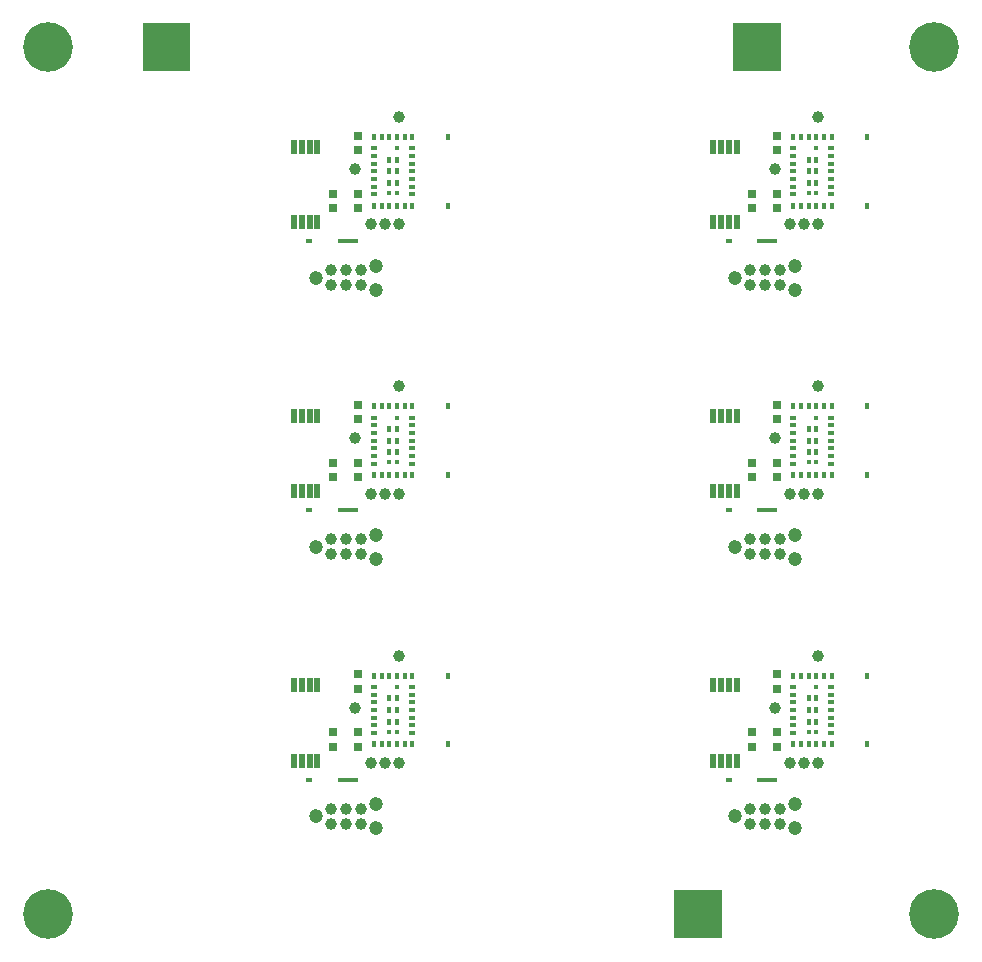
<source format=gts>
G75*
%MOIN*%
%OFA0B0*%
%FSLAX24Y24*%
%IPPOS*%
%LPD*%
%AMOC8*
5,1,8,0,0,1.08239X$1,22.5*
%
%ADD10C,0.1655*%
%ADD11R,0.0787X0.0787*%
%ADD12R,0.0709X0.0157*%
%ADD13R,0.0236X0.0157*%
%ADD14R,0.0236X0.0118*%
%ADD15R,0.0118X0.0236*%
%ADD16R,0.0118X0.0118*%
%ADD17R,0.0315X0.0315*%
%ADD18C,0.0867*%
%ADD19C,0.0395*%
%ADD20C,0.0390*%
%ADD21C,0.0470*%
%ADD22R,0.0197X0.0512*%
D10*
X006181Y006956D03*
X006181Y035854D03*
X035708Y035854D03*
X035708Y006956D03*
D11*
X028228Y006563D03*
X028228Y007350D03*
X027441Y007350D03*
X027441Y006563D03*
X029409Y035460D03*
X030197Y035460D03*
X030197Y036248D03*
X029409Y036248D03*
X010511Y036248D03*
X009724Y036248D03*
X009724Y035460D03*
X010511Y035460D03*
D12*
X016181Y029397D03*
X016181Y020421D03*
X016181Y011444D03*
X030157Y011444D03*
X030157Y020421D03*
X030157Y029397D03*
D13*
X028858Y029397D03*
X028858Y020421D03*
X028858Y011444D03*
X014882Y011444D03*
X014882Y020421D03*
X014882Y029397D03*
D14*
X017047Y030952D03*
X017047Y031208D03*
X017047Y031464D03*
X017047Y031720D03*
X017047Y031976D03*
X017047Y032232D03*
X017047Y032488D03*
X018307Y032488D03*
X018307Y032232D03*
X018307Y031976D03*
X018307Y031720D03*
X018307Y031464D03*
X018307Y031208D03*
X018307Y030952D03*
X018307Y023511D03*
X018307Y023256D03*
X018307Y023000D03*
X018307Y022744D03*
X018307Y022488D03*
X018307Y022232D03*
X018307Y021976D03*
X017047Y021976D03*
X017047Y022232D03*
X017047Y022488D03*
X017047Y022744D03*
X017047Y023000D03*
X017047Y023256D03*
X017047Y023511D03*
X017047Y014535D03*
X017047Y014279D03*
X017047Y014023D03*
X017047Y013767D03*
X017047Y013511D03*
X017047Y013256D03*
X017047Y013000D03*
X018307Y013000D03*
X018307Y013256D03*
X018307Y013511D03*
X018307Y013767D03*
X018307Y014023D03*
X018307Y014279D03*
X018307Y014535D03*
X031023Y014535D03*
X031023Y014279D03*
X031023Y014023D03*
X031023Y013767D03*
X031023Y013511D03*
X031023Y013256D03*
X031023Y013000D03*
X032283Y013000D03*
X032283Y013256D03*
X032283Y013511D03*
X032283Y013767D03*
X032283Y014023D03*
X032283Y014279D03*
X032283Y014535D03*
X032283Y021976D03*
X032283Y022232D03*
X032283Y022488D03*
X032283Y022744D03*
X032283Y023000D03*
X032283Y023256D03*
X032283Y023511D03*
X031023Y023511D03*
X031023Y023256D03*
X031023Y023000D03*
X031023Y022744D03*
X031023Y022488D03*
X031023Y022232D03*
X031023Y021976D03*
X031023Y030952D03*
X031023Y031208D03*
X031023Y031464D03*
X031023Y031720D03*
X031023Y031976D03*
X031023Y032232D03*
X031023Y032488D03*
X032283Y032488D03*
X032283Y032232D03*
X032283Y031976D03*
X032283Y031720D03*
X032283Y031464D03*
X032283Y031208D03*
X032283Y030952D03*
D15*
X032293Y030578D03*
X032037Y030578D03*
X031781Y030578D03*
X031525Y030578D03*
X031269Y030578D03*
X031013Y030578D03*
X031525Y031326D03*
X031781Y031326D03*
X031781Y031720D03*
X031525Y031720D03*
X031525Y032114D03*
X031781Y032114D03*
X031781Y032862D03*
X031525Y032862D03*
X031269Y032862D03*
X031013Y032862D03*
X032037Y032862D03*
X032293Y032862D03*
X033474Y032862D03*
X033474Y030578D03*
X033474Y023885D03*
X032293Y023885D03*
X032037Y023885D03*
X031781Y023885D03*
X031525Y023885D03*
X031269Y023885D03*
X031013Y023885D03*
X031525Y023137D03*
X031781Y023137D03*
X031781Y022744D03*
X031525Y022744D03*
X031525Y022350D03*
X031781Y022350D03*
X031781Y021602D03*
X031525Y021602D03*
X031269Y021602D03*
X031013Y021602D03*
X032037Y021602D03*
X032293Y021602D03*
X033474Y021602D03*
X033474Y014909D03*
X032293Y014909D03*
X032037Y014909D03*
X031781Y014909D03*
X031525Y014909D03*
X031269Y014909D03*
X031013Y014909D03*
X031525Y014161D03*
X031781Y014161D03*
X031781Y013767D03*
X031525Y013767D03*
X031525Y013374D03*
X031781Y013374D03*
X031781Y012626D03*
X031525Y012626D03*
X031269Y012626D03*
X031013Y012626D03*
X032037Y012626D03*
X032293Y012626D03*
X033474Y012626D03*
X019498Y012626D03*
X018317Y012626D03*
X018061Y012626D03*
X017805Y012626D03*
X017549Y012626D03*
X017293Y012626D03*
X017037Y012626D03*
X017549Y013374D03*
X017805Y013374D03*
X017805Y013767D03*
X017549Y013767D03*
X017549Y014161D03*
X017805Y014161D03*
X017805Y014909D03*
X018061Y014909D03*
X018317Y014909D03*
X017549Y014909D03*
X017293Y014909D03*
X017037Y014909D03*
X019498Y014909D03*
X019498Y021602D03*
X018317Y021602D03*
X018061Y021602D03*
X017805Y021602D03*
X017549Y021602D03*
X017293Y021602D03*
X017037Y021602D03*
X017549Y022350D03*
X017805Y022350D03*
X017805Y022744D03*
X017549Y022744D03*
X017549Y023137D03*
X017805Y023137D03*
X017805Y023885D03*
X018061Y023885D03*
X018317Y023885D03*
X017549Y023885D03*
X017293Y023885D03*
X017037Y023885D03*
X019498Y023885D03*
X019498Y030578D03*
X018317Y030578D03*
X018061Y030578D03*
X017805Y030578D03*
X017549Y030578D03*
X017293Y030578D03*
X017037Y030578D03*
X017549Y031326D03*
X017805Y031326D03*
X017805Y031720D03*
X017549Y031720D03*
X017549Y032114D03*
X017805Y032114D03*
X017805Y032862D03*
X018061Y032862D03*
X018317Y032862D03*
X017549Y032862D03*
X017293Y032862D03*
X017037Y032862D03*
X019498Y032862D03*
D16*
X017805Y032488D03*
X017805Y030992D03*
X017549Y030992D03*
X017805Y023511D03*
X017805Y022015D03*
X017549Y022015D03*
X017805Y014535D03*
X017805Y013039D03*
X017549Y013039D03*
X031525Y013039D03*
X031781Y013039D03*
X031781Y014535D03*
X031781Y022015D03*
X031525Y022015D03*
X031781Y023511D03*
X031781Y030992D03*
X031525Y030992D03*
X031781Y032488D03*
D17*
X030472Y032429D03*
X030472Y032901D03*
X030472Y030972D03*
X030472Y030500D03*
X029645Y030500D03*
X029645Y030972D03*
X030472Y023925D03*
X030472Y023452D03*
X030472Y021996D03*
X030472Y021523D03*
X029645Y021523D03*
X029645Y021996D03*
X030472Y014948D03*
X030472Y014476D03*
X030472Y013019D03*
X030472Y012547D03*
X029645Y012547D03*
X029645Y013019D03*
X016496Y013019D03*
X016496Y012547D03*
X015669Y012547D03*
X015669Y013019D03*
X016496Y014476D03*
X016496Y014948D03*
X016496Y021523D03*
X016496Y021996D03*
X015669Y021996D03*
X015669Y021523D03*
X016496Y023452D03*
X016496Y023925D03*
X016496Y030500D03*
X016496Y030972D03*
X015669Y030972D03*
X015669Y030500D03*
X016496Y032429D03*
X016496Y032901D03*
D18*
X010118Y035854D03*
X029803Y035854D03*
X027834Y006956D03*
D19*
X030905Y011996D03*
X031378Y011996D03*
X031850Y011996D03*
X030393Y013846D03*
X031850Y015578D03*
X031850Y020972D03*
X031378Y020972D03*
X030905Y020972D03*
X030393Y022822D03*
X031850Y024555D03*
X031850Y029948D03*
X031378Y029948D03*
X030905Y029948D03*
X030393Y031799D03*
X031850Y033531D03*
X017874Y033531D03*
X016417Y031799D03*
X016929Y029948D03*
X017401Y029948D03*
X017874Y029948D03*
X017874Y024555D03*
X016417Y022822D03*
X016929Y020972D03*
X017401Y020972D03*
X017874Y020972D03*
X017874Y015578D03*
X016417Y013846D03*
X016929Y011996D03*
X017401Y011996D03*
X017874Y011996D03*
D20*
X016602Y010474D03*
X016102Y010474D03*
X015602Y010474D03*
X015602Y009974D03*
X016102Y009974D03*
X016602Y009974D03*
X016602Y018950D03*
X016102Y018950D03*
X015602Y018950D03*
X015602Y019450D03*
X016102Y019450D03*
X016602Y019450D03*
X016602Y027927D03*
X016602Y028427D03*
X016102Y028427D03*
X015602Y028427D03*
X015602Y027927D03*
X016102Y027927D03*
X029578Y027927D03*
X029578Y028427D03*
X030078Y028427D03*
X030078Y027927D03*
X030578Y027927D03*
X030578Y028427D03*
X030578Y019450D03*
X030078Y019450D03*
X029578Y019450D03*
X029578Y018950D03*
X030078Y018950D03*
X030578Y018950D03*
X030578Y010474D03*
X030078Y010474D03*
X029578Y010474D03*
X029578Y009974D03*
X030078Y009974D03*
X030578Y009974D03*
D21*
X031078Y009824D03*
X031078Y010624D03*
X029078Y010224D03*
X031078Y018800D03*
X031078Y019600D03*
X029078Y019200D03*
X031078Y027777D03*
X031078Y028577D03*
X029078Y028177D03*
X017102Y028577D03*
X017102Y027777D03*
X015102Y028177D03*
X017102Y019600D03*
X017102Y018800D03*
X015102Y019200D03*
X017102Y010624D03*
X017102Y009824D03*
X015102Y010224D03*
D22*
X015147Y012074D03*
X014891Y012074D03*
X014635Y012074D03*
X014380Y012074D03*
X014380Y014594D03*
X014635Y014594D03*
X014891Y014594D03*
X015147Y014594D03*
X015147Y021051D03*
X014891Y021051D03*
X014635Y021051D03*
X014380Y021051D03*
X014380Y023570D03*
X014635Y023570D03*
X014891Y023570D03*
X015147Y023570D03*
X015147Y030027D03*
X014891Y030027D03*
X014635Y030027D03*
X014380Y030027D03*
X014380Y032547D03*
X014635Y032547D03*
X014891Y032547D03*
X015147Y032547D03*
X028356Y032547D03*
X028612Y032547D03*
X028868Y032547D03*
X029124Y032547D03*
X029124Y030027D03*
X028868Y030027D03*
X028612Y030027D03*
X028356Y030027D03*
X028356Y023570D03*
X028612Y023570D03*
X028868Y023570D03*
X029124Y023570D03*
X029124Y021051D03*
X028868Y021051D03*
X028612Y021051D03*
X028356Y021051D03*
X028356Y014594D03*
X028612Y014594D03*
X028868Y014594D03*
X029124Y014594D03*
X029124Y012074D03*
X028868Y012074D03*
X028612Y012074D03*
X028356Y012074D03*
M02*

</source>
